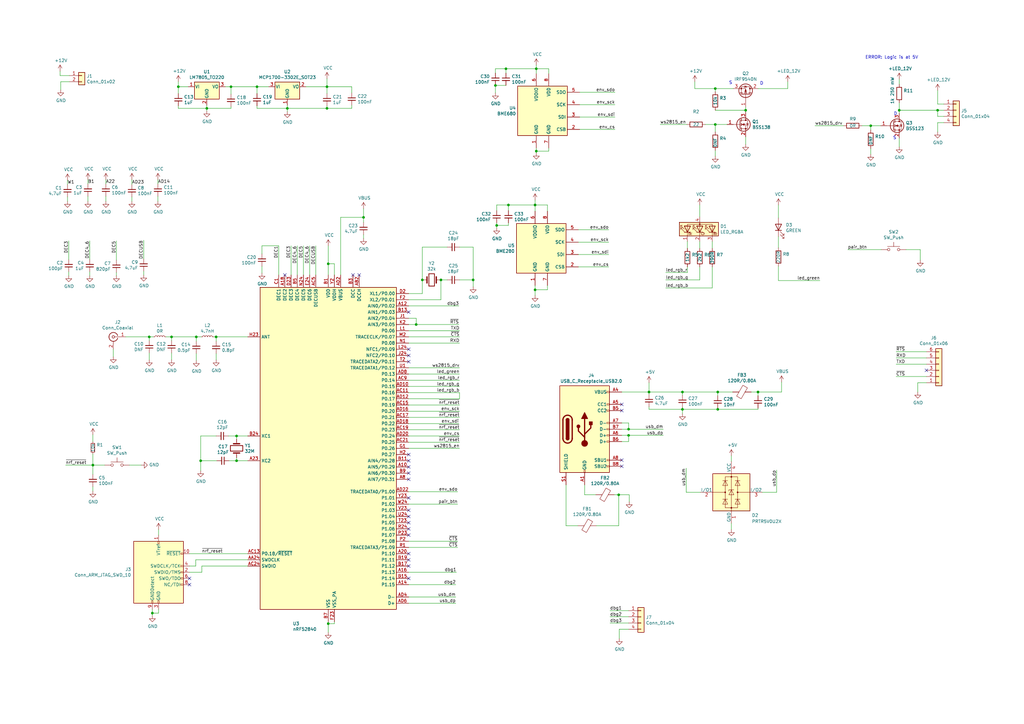
<source format=kicad_sch>
(kicad_sch (version 20211123) (generator eeschema)
  (paper "A3")
  (title_block (title "nRF52 WS2815 Driver") (date "2019-11-12") (rev "v0") (comment 4 "Author: Krzysztof Rosinski"))
  (junction (at 219.456 118.872))
  (junction (at 170.688 133.096))
  (junction (at 294.386 167.894))
  (junction (at 117.856 44.45))
  (junction (at 173.228 114.808))
  (junction (at 368.808 45.212))
  (junction (at 203.708 92.456))
  (junction (at 219.964 61.976))
  (junction (at 80.518 138.176))
  (junction (at 305.816 45.212))
  (junction (at 134.112 44.45))
  (junction (at 134.62 255.778))
  (junction (at 62.484 251.46))
  (junction (at 149.098 89.154))
  (junction (at 61.214 138.176))
  (junction (at 294.386 160.782))
  (junction (at 219.964 28.194))
  (junction (at 73.152 35.56))
  (junction (at 134.62 108.204))
  (junction (at 219.456 84.074))
  (junction (at 180.848 114.808))
  (junction (at 310.896 160.782))
  (junction (at 194.056 114.808))
  (junction (at 279.908 167.894))
  (junction (at 207.518 28.194))
  (junction (at 208.534 84.074))
  (junction (at 84.836 44.45))
  (junction (at 94.742 35.56))
  (junction (at 70.358 138.176))
  (junction (at 279.908 160.782))
  (junction (at 97.028 178.816))
  (junction (at 253.746 202.946))
  (junction (at 105.41 35.56))
  (junction (at 293.37 36.322))
  (junction (at 293.37 51.054))
  (junction (at 134.112 35.56))
  (junction (at 97.028 188.976))
  (junction (at 203.2 35.052))
  (junction (at 257.81 176.022))
  (junction (at 384.556 45.212))
  (junction (at 82.296 188.976))
  (junction (at 357.124 51.562))
  (junction (at 88.646 138.176))
  (junction (at 257.81 178.562))
  (junction (at 38.1 190.754))
  (junction (at 266.192 160.782))
  (no_connect (at 167.64 186.436))
  (no_connect (at 167.64 211.836))
  (no_connect (at 255.016 168.402))
  (no_connect (at 77.724 237.236))
  (no_connect (at 167.64 232.156))
  (no_connect (at 116.84 112.776))
  (no_connect (at 167.64 128.016))
  (no_connect (at 167.64 188.976))
  (no_connect (at 167.64 229.616))
  (no_connect (at 147.32 112.776))
  (no_connect (at 167.64 237.236))
  (no_connect (at 379.984 151.892))
  (no_connect (at 167.64 148.336))
  (no_connect (at 167.64 145.796))
  (no_connect (at 167.64 191.516))
  (no_connect (at 77.724 239.776))
  (no_connect (at 167.64 143.256))
  (no_connect (at 144.78 112.776))
  (no_connect (at 255.016 188.722))
  (no_connect (at 167.64 204.216))
  (no_connect (at 167.64 214.376))
  (no_connect (at 167.64 219.456))
  (no_connect (at 167.64 194.056))
  (no_connect (at 167.64 216.916))
  (no_connect (at 255.016 165.862))
  (no_connect (at 167.64 196.596))
  (no_connect (at 255.016 191.262))
  (no_connect (at 167.64 209.296))
  (no_connect (at 167.64 227.076))
  (wire (pts (xy 80.518 145.034) (xy 80.518 147.828)))
  (wire (pts (xy 121.92 112.776) (xy 121.92 100.838)))
  (wire (pts (xy 319.278 115.062) (xy 336.296 115.062)))
  (wire (pts (xy 257.81 255.524) (xy 250.19 255.524)))
  (wire (pts (xy 54.102 80.772) (xy 54.102 82.55)))
  (wire (pts (xy 232.156 198.882) (xy 232.156 215.646)))
  (wire (pts (xy 368.808 60.198) (xy 368.808 56.642)))
  (wire (pts (xy 208.534 92.456) (xy 203.708 92.456)))
  (wire (pts (xy 149.098 89.154) (xy 149.098 91.186)))
  (wire (pts (xy 225.044 28.194) (xy 219.964 28.194)))
  (wire (pts (xy 114.3 100.838) (xy 114.3 112.776)))
  (wire (pts (xy 134.62 255.778) (xy 134.62 259.334)))
  (wire (pts (xy 173.228 120.396) (xy 167.64 120.396)))
  (wire (pts (xy 219.964 26.67) (xy 219.964 28.194)))
  (wire (pts (xy 257.81 181.102) (xy 257.81 178.562)))
  (wire (pts (xy 167.64 166.116) (xy 188.468 166.116)))
  (wire (pts (xy 203.708 84.074) (xy 208.534 84.074)))
  (wire (pts (xy 167.64 183.896) (xy 188.468 183.896)))
  (wire (pts (xy 42.926 190.754) (xy 38.1 190.754)))
  (wire (pts (xy 281.94 109.474) (xy 281.94 111.76)))
  (wire (pts (xy 134.62 255.016) (xy 134.62 255.778)))
  (wire (pts (xy 134.112 38.354) (xy 134.112 35.56)))
  (wire (pts (xy 101.6 227.076) (xy 77.724 227.076)))
  (wire (pts (xy 237.744 37.846) (xy 252.222 37.846)))
  (wire (pts (xy 293.37 45.212) (xy 305.816 45.212)))
  (wire (pts (xy 237.744 48.006) (xy 252.222 48.006)))
  (wire (pts (xy 219.456 82.042) (xy 219.456 84.074)))
  (wire (pts (xy 65.024 251.46) (xy 62.484 251.46)))
  (wire (pts (xy 379.984 146.812) (xy 367.538 146.812)))
  (wire (pts (xy 173.228 114.808) (xy 173.228 120.396)))
  (wire (pts (xy 43.434 75.438) (xy 43.434 73.66)))
  (wire (pts (xy 167.64 244.856) (xy 186.944 244.856)))
  (wire (pts (xy 167.64 130.556) (xy 170.688 130.556)))
  (wire (pts (xy 180.848 122.936) (xy 180.848 114.808)))
  (wire (pts (xy 225.044 61.976) (xy 219.964 61.976)))
  (wire (pts (xy 237.744 53.086) (xy 252.222 53.086)))
  (wire (pts (xy 173.228 114.808) (xy 173.228 101.346)))
  (wire (pts (xy 70.358 138.176) (xy 68.072 138.176)))
  (wire (pts (xy 255.016 176.022) (xy 257.81 176.022)))
  (wire (pts (xy 281.432 201.93) (xy 281.432 192.024)))
  (wire (pts (xy 51.562 138.176) (xy 61.214 138.176)))
  (wire (pts (xy 203.708 92.456) (xy 203.708 93.472)))
  (wire (pts (xy 319.278 97.028) (xy 319.278 101.6)))
  (wire (pts (xy 80.264 232.156) (xy 80.264 229.616)))
  (wire (pts (xy 24.638 30.988) (xy 28.448 30.988)))
  (wire (pts (xy 384.556 45.212) (xy 387.096 45.212)))
  (wire (pts (xy 26.924 190.754) (xy 38.1 190.754)))
  (wire (pts (xy 73.152 33.528) (xy 73.152 35.56)))
  (wire (pts (xy 357.124 63.246) (xy 357.124 60.96)))
  (wire (pts (xy 294.386 167.894) (xy 279.908 167.894)))
  (wire (pts (xy 384.556 42.672) (xy 387.096 42.672)))
  (wire (pts (xy 101.6 232.156) (xy 82.804 232.156)))
  (wire (pts (xy 293.37 36.322) (xy 300.736 36.322)))
  (wire (pts (xy 284.988 33.528) (xy 284.988 36.322)))
  (wire (pts (xy 144.272 38.1) (xy 144.272 35.56)))
  (wire (pts (xy 387.096 47.752) (xy 384.556 47.752)))
  (wire (pts (xy 73.152 38.354) (xy 73.152 35.56)))
  (wire (pts (xy 254 261.874) (xy 254 258.064)))
  (wire (pts (xy 88.646 145.034) (xy 88.646 147.574)))
  (wire (pts (xy 310.896 167.894) (xy 310.896 167.386)))
  (wire (pts (xy 167.64 135.636) (xy 188.468 135.636)))
  (wire (pts (xy 62.484 251.46) (xy 62.484 252.476)))
  (wire (pts (xy 167.64 171.196) (xy 188.468 171.196)))
  (wire (pts (xy 38.1 181.102) (xy 38.1 178.308)))
  (wire (pts (xy 117.856 44.45) (xy 117.856 45.72)))
  (wire (pts (xy 293.37 61.722) (xy 293.37 64.008)))
  (wire (pts (xy 384.556 37.084) (xy 384.556 42.672)))
  (wire (pts (xy 287.02 114.808) (xy 273.05 114.808)))
  (wire (pts (xy 281.94 111.76) (xy 273.05 111.76)))
  (wire (pts (xy 127 112.776) (xy 127 100.838)))
  (wire (pts (xy 167.64 173.736) (xy 188.214 173.736)))
  (wire (pts (xy 289.306 51.054) (xy 293.37 51.054)))
  (wire (pts (xy 28.194 106.426) (xy 28.194 98.806)))
  (wire (pts (xy 287.274 201.93) (xy 281.432 201.93)))
  (wire (pts (xy 320.548 156.718) (xy 320.548 160.782)))
  (wire (pts (xy 80.264 229.616) (xy 101.6 229.616)))
  (wire (pts (xy 117.856 43.18) (xy 117.856 44.45)))
  (wire (pts (xy 371.602 102.362) (xy 377.444 102.362)))
  (wire (pts (xy 167.64 150.876) (xy 188.468 150.876)))
  (wire (pts (xy 320.548 160.782) (xy 310.896 160.782)))
  (wire (pts (xy 105.41 43.434) (xy 105.41 44.45)))
  (wire (pts (xy 292.1 118.11) (xy 273.05 118.11)))
  (wire (pts (xy 384.556 50.292) (xy 387.096 50.292)))
  (wire (pts (xy 257.81 178.562) (xy 272.034 178.562)))
  (wire (pts (xy 137.16 255.778) (xy 134.62 255.778)))
  (wire (pts (xy 257.81 252.984) (xy 250.19 252.984)))
  (wire (pts (xy 224.536 117.094) (xy 224.536 118.872)))
  (wire (pts (xy 65.024 249.936) (xy 65.024 251.46)))
  (wire (pts (xy 293.37 37.592) (xy 293.37 36.322)))
  (wire (pts (xy 38.1 199.644) (xy 38.1 201.422)))
  (wire (pts (xy 167.64 161.036) (xy 188.468 161.036)))
  (wire (pts (xy 287.02 99.06) (xy 287.02 101.854)))
  (wire (pts (xy 323.088 33.528) (xy 323.088 36.322)))
  (wire (pts (xy 46.482 146.304) (xy 46.482 143.256)))
  (wire (pts (xy 82.296 178.816) (xy 88.646 178.816)))
  (wire (pts (xy 167.64 221.996) (xy 187.706 221.996)))
  (wire (pts (xy 284.988 36.322) (xy 293.37 36.322)))
  (wire (pts (xy 62.992 138.176) (xy 61.214 138.176)))
  (wire (pts (xy 97.028 188.976) (xy 93.98 188.976)))
  (wire (pts (xy 24.638 29.21) (xy 24.638 30.988)))
  (wire (pts (xy 219.964 28.194) (xy 207.518 28.194)))
  (wire (pts (xy 219.964 62.738) (xy 219.964 61.976)))
  (wire (pts (xy 73.152 44.45) (xy 84.836 44.45)))
  (wire (pts (xy 82.55 138.176) (xy 80.518 138.176)))
  (wire (pts (xy 53.086 190.754) (xy 57.912 190.754)))
  (wire (pts (xy 207.518 28.194) (xy 203.2 28.194)))
  (wire (pts (xy 319.278 109.22) (xy 319.278 115.062)))
  (wire (pts (xy 70.358 139.7) (xy 70.358 138.176)))
  (wire (pts (xy 219.456 117.094) (xy 219.456 118.872)))
  (wire (pts (xy 294.386 162.306) (xy 294.386 160.782)))
  (wire (pts (xy 237.236 104.394) (xy 249.682 104.394)))
  (wire (pts (xy 208.534 84.074) (xy 219.456 84.074)))
  (wire (pts (xy 266.192 166.878) (xy 266.192 167.894)))
  (wire (pts (xy 167.64 176.276) (xy 188.468 176.276)))
  (wire (pts (xy 107.442 112.014) (xy 107.442 109.22)))
  (wire (pts (xy 84.836 44.45) (xy 84.836 45.466)))
  (wire (pts (xy 137.16 255.016) (xy 137.16 255.778)))
  (wire (pts (xy 377.444 102.362) (xy 377.444 106.68)))
  (wire (pts (xy 94.742 38.608) (xy 94.742 35.56)))
  (wire (pts (xy 203.2 38.1) (xy 203.2 35.052)))
  (wire (pts (xy 310.896 36.322) (xy 323.088 36.322)))
  (wire (pts (xy 310.896 160.782) (xy 308.102 160.782)))
  (wire (pts (xy 114.3 100.838) (xy 107.442 100.838)))
  (wire (pts (xy 167.64 247.396) (xy 186.944 247.396)))
  (wire (pts (xy 368.808 46.482) (xy 368.808 45.212)))
  (wire (pts (xy 47.752 106.68) (xy 47.752 98.806)))
  (wire (pts (xy 257.81 250.444) (xy 250.19 250.444)))
  (wire (pts (xy 305.816 45.212) (xy 305.816 45.974)))
  (wire (pts (xy 384.556 54.102) (xy 384.556 50.292)))
  (wire (pts (xy 134.62 112.776) (xy 134.62 108.204)))
  (wire (pts (xy 54.102 73.66) (xy 54.102 75.692)))
  (wire (pts (xy 334.264 51.562) (xy 345.948 51.562)))
  (wire (pts (xy 368.808 42.164) (xy 368.808 45.212)))
  (wire (pts (xy 134.112 44.45) (xy 117.856 44.45)))
  (wire (pts (xy 239.776 202.946) (xy 244.348 202.946)))
  (wire (pts (xy 167.64 140.716) (xy 188.468 140.716)))
  (wire (pts (xy 318.516 201.93) (xy 318.516 192.786)))
  (wire (pts (xy 149.098 96.266) (xy 149.098 97.79)))
  (wire (pts (xy 82.804 234.696) (xy 77.724 234.696)))
  (wire (pts (xy 287.02 109.474) (xy 287.02 114.808)))
  (wire (pts (xy 24.892 33.528) (xy 28.448 33.528)))
  (wire (pts (xy 38.1 190.754) (xy 38.1 194.564)))
  (wire (pts (xy 167.64 125.476) (xy 188.214 125.476)))
  (wire (pts (xy 97.028 178.816) (xy 97.028 180.086)))
  (wire (pts (xy 224.536 84.074) (xy 219.456 84.074)))
  (wire (pts (xy 266.192 160.782) (xy 279.908 160.782)))
  (wire (pts (xy 253.746 215.646) (xy 253.746 202.946)))
  (wire (pts (xy 281.686 51.054) (xy 270.764 51.054)))
  (wire (pts (xy 167.64 155.956) (xy 188.468 155.956)))
  (wire (pts (xy 173.228 101.346) (xy 183.388 101.346)))
  (wire (pts (xy 224.536 118.872) (xy 219.456 118.872)))
  (wire (pts (xy 167.64 181.356) (xy 188.468 181.356)))
  (wire (pts (xy 266.192 167.894) (xy 279.908 167.894)))
  (wire (pts (xy 129.54 112.776) (xy 129.54 100.838)))
  (wire (pts (xy 254 258.064) (xy 257.81 258.064)))
  (wire (pts (xy 266.192 161.798) (xy 266.192 160.782)))
  (wire (pts (xy 88.646 139.954) (xy 88.646 138.176)))
  (wire (pts (xy 208.534 91.44) (xy 208.534 92.456)))
  (wire (pts (xy 139.7 89.154) (xy 149.098 89.154)))
  (wire (pts (xy 170.688 133.096) (xy 188.214 133.096)))
  (wire (pts (xy 167.64 168.656) (xy 188.468 168.656)))
  (wire (pts (xy 194.056 114.808) (xy 188.468 114.808)))
  (wire (pts (xy 134.112 35.56) (xy 125.476 35.56)))
  (wire (pts (xy 279.908 162.052) (xy 279.908 160.782)))
  (wire (pts (xy 73.152 43.434) (xy 73.152 44.45)))
  (wire (pts (xy 167.64 163.576) (xy 188.468 163.576)))
  (wire (pts (xy 82.296 188.976) (xy 82.296 178.816)))
  (wire (pts (xy 93.726 178.816) (xy 97.028 178.816)))
  (wire (pts (xy 298.196 51.054) (xy 293.37 51.054)))
  (wire (pts (xy 194.056 101.346) (xy 194.056 114.808)))
  (wire (pts (xy 167.64 153.416) (xy 188.468 153.416)))
  (wire (pts (xy 258.064 205.74) (xy 258.064 202.946)))
  (wire (pts (xy 357.124 53.34) (xy 357.124 51.562)))
  (wire (pts (xy 101.6 138.176) (xy 88.646 138.176)))
  (wire (pts (xy 88.646 138.176) (xy 87.63 138.176)))
  (wire (pts (xy 219.964 28.194) (xy 219.964 30.226)))
  (wire (pts (xy 170.688 130.556) (xy 170.688 133.096)))
  (wire (pts (xy 287.02 88.9) (xy 287.02 84.074)))
  (wire (pts (xy 232.156 215.646) (xy 236.982 215.646)))
  (wire (pts (xy 255.016 178.562) (xy 257.81 178.562)))
  (wire (pts (xy 64.77 73.66) (xy 64.77 75.438)))
  (wire (pts (xy 94.742 44.45) (xy 84.836 44.45)))
  (wire (pts (xy 167.64 138.176) (xy 188.468 138.176)))
  (wire (pts (xy 38.1 190.754) (xy 38.1 186.182)))
  (wire (pts (xy 194.056 117.602) (xy 194.056 114.808)))
  (wire (pts (xy 255.016 173.482) (xy 257.81 173.482)))
  (wire (pts (xy 167.64 234.696) (xy 187.198 234.696)))
  (wire (pts (xy 82.804 232.156) (xy 82.804 234.696)))
  (wire (pts (xy 310.896 162.306) (xy 310.896 160.782)))
  (wire (pts (xy 36.83 111.506) (xy 36.83 113.03)))
  (wire (pts (xy 43.434 80.518) (xy 43.434 82.55)))
  (wire (pts (xy 279.908 169.672) (xy 279.908 167.894)))
  (wire (pts (xy 144.272 43.18) (xy 144.272 44.45)))
  (wire (pts (xy 244.602 215.646) (xy 253.746 215.646)))
  (wire (pts (xy 61.214 138.176) (xy 61.214 139.7)))
  (wire (pts (xy 203.708 91.44) (xy 203.708 92.456)))
  (wire (pts (xy 64.77 80.518) (xy 64.77 82.55)))
  (wire (pts (xy 167.64 133.096) (xy 170.688 133.096)))
  (wire (pts (xy 137.16 112.776) (xy 137.16 108.204)))
  (wire (pts (xy 224.536 86.614) (xy 224.536 84.074)))
  (wire (pts (xy 188.468 101.346) (xy 194.056 101.346)))
  (wire (pts (xy 266.192 156.972) (xy 266.192 160.782)))
  (wire (pts (xy 58.928 98.552) (xy 58.928 106.172)))
  (wire (pts (xy 97.028 188.976) (xy 101.6 188.976)))
  (wire (pts (xy 253.746 202.946) (xy 251.968 202.946)))
  (wire (pts (xy 255.016 160.782) (xy 266.192 160.782)))
  (wire (pts (xy 312.674 201.93) (xy 318.516 201.93)))
  (wire (pts (xy 105.41 35.56) (xy 110.236 35.56)))
  (wire (pts (xy 384.556 47.752) (xy 384.556 45.212)))
  (wire (pts (xy 379.984 154.432) (xy 367.538 154.432)))
  (wire (pts (xy 167.64 178.816) (xy 188.468 178.816)))
  (wire (pts (xy 92.456 35.56) (xy 94.742 35.56)))
  (wire (pts (xy 167.64 201.676) (xy 187.706 201.676)))
  (wire (pts (xy 203.2 35.052) (xy 207.518 35.052)))
  (wire (pts (xy 167.64 224.536) (xy 187.706 224.536)))
  (wire (pts (xy 294.386 160.782) (xy 279.908 160.782)))
  (wire (pts (xy 257.81 173.482) (xy 257.81 176.022)))
  (wire (pts (xy 353.568 51.562) (xy 357.124 51.562)))
  (wire (pts (xy 292.1 99.06) (xy 292.1 101.854)))
  (wire (pts (xy 225.044 60.706) (xy 225.044 61.976)))
  (wire (pts (xy 167.64 239.776) (xy 186.944 239.776)))
  (wire (pts (xy 281.94 99.06) (xy 281.94 101.854)))
  (wire (pts (xy 97.028 187.706) (xy 97.028 188.976)))
  (wire (pts (xy 347.726 102.362) (xy 361.442 102.362)))
  (wire (pts (xy 27.686 80.772) (xy 27.686 82.55)))
  (wire (pts (xy 183.388 114.808) (xy 180.848 114.808)))
  (wire (pts (xy 379.984 149.352) (xy 367.538 149.352)))
  (wire (pts (xy 58.928 111.252) (xy 58.928 112.776)))
  (wire (pts (xy 77.724 232.156) (xy 80.264 232.156)))
  (wire (pts (xy 144.272 44.45) (xy 134.112 44.45)))
  (wire (pts (xy 293.37 54.102) (xy 293.37 51.054)))
  (wire (pts (xy 36.068 80.518) (xy 36.068 82.55)))
  (wire (pts (xy 124.46 112.776) (xy 124.46 100.838)))
  (wire (pts (xy 27.686 75.692) (xy 27.686 73.914)))
  (wire (pts (xy 167.64 122.936) (xy 180.848 122.936)))
  (wire (pts (xy 65.024 217.17) (xy 65.024 219.456)))
  (wire (pts (xy 137.16 108.204) (xy 134.62 108.204)))
  (wire (pts (xy 80.518 139.954) (xy 80.518 138.176)))
  (wire (pts (xy 24.892 36.83) (xy 24.892 33.528)))
  (wire (pts (xy 119.38 112.776) (xy 119.38 100.838)))
  (wire (pts (xy 294.386 167.894) (xy 310.896 167.894)))
  (wire (pts (xy 88.9 188.976) (xy 82.296 188.976)))
  (wire (pts (xy 134.112 32.258) (xy 134.112 35.56)))
  (wire (pts (xy 70.358 147.574) (xy 70.358 144.78)))
  (wire (pts (xy 255.016 181.102) (xy 257.81 181.102)))
  (wire (pts (xy 203.2 28.194) (xy 203.2 29.972)))
  (wire (pts (xy 73.152 35.56) (xy 77.216 35.56)))
  (wire (pts (xy 36.83 106.426) (xy 36.83 98.806)))
  (wire (pts (xy 105.41 44.45) (xy 117.856 44.45)))
  (wire (pts (xy 94.742 35.56) (xy 105.41 35.56)))
  (wire (pts (xy 188.468 163.576) (xy 188.468 161.036)))
  (wire (pts (xy 207.518 28.194) (xy 207.518 29.972)))
  (wire (pts (xy 305.816 43.942) (xy 305.816 45.212)))
  (wire (pts (xy 279.908 167.894) (xy 279.908 167.132)))
  (wire (pts (xy 257.81 176.022) (xy 272.034 176.022)))
  (wire (pts (xy 167.64 158.496) (xy 188.468 158.496)))
  (wire (pts (xy 149.098 85.598) (xy 149.098 89.154)))
  (wire (pts (xy 61.214 144.78) (xy 61.214 147.574)))
  (wire (pts (xy 134.112 43.434) (xy 134.112 44.45)))
  (wire (pts (xy 237.744 42.926) (xy 252.222 42.926)))
  (wire (pts (xy 368.808 34.544) (xy 368.808 32.512)))
  (wire (pts (xy 208.534 86.36) (xy 208.534 84.074)))
  (wire (pts (xy 225.044 30.226) (xy 225.044 28.194)))
  (wire (pts (xy 139.7 112.776) (xy 139.7 89.154)))
  (wire (pts (xy 47.752 111.76) (xy 47.752 113.03)))
  (wire (pts (xy 319.278 84.074) (xy 319.278 89.408)))
  (wire (pts (xy 203.708 86.36) (xy 203.708 84.074)))
  (wire (pts (xy 305.816 59.182) (xy 305.816 56.134)))
  (wire (pts (xy 167.64 206.756) (xy 187.706 206.756)))
  (wire (pts (xy 237.236 99.314) (xy 249.682 99.314)))
  (wire (pts (xy 28.194 111.506) (xy 28.194 113.03)))
  (wire (pts (xy 219.456 84.074) (xy 219.456 86.614)))
  (wire (pts (xy 107.442 100.838) (xy 107.442 104.14)))
  (wire (pts (xy 299.974 214.63) (xy 299.974 217.17)))
  (wire (pts (xy 219.964 61.976) (xy 219.964 60.706)))
  (wire (pts (xy 84.836 43.18) (xy 84.836 44.45)))
  (wire (pts (xy 292.1 109.474) (xy 292.1 118.11)))
  (wire (pts (xy 379.984 156.972) (xy 376.428 156.972)))
  (wire (pts (xy 70.358 138.176) (xy 80.518 138.176)))
  (wire (pts (xy 219.456 118.872) (xy 219.456 121.158)))
  (wire (pts (xy 237.236 94.234) (xy 249.682 94.234)))
  (wire (pts (xy 144.272 35.56) (xy 134.112 35.56)))
  (wire (pts (xy 82.296 193.04) (xy 82.296 188.976)))
  (wire (pts (xy 258.064 202.946) (xy 253.746 202.946)))
  (wire (pts (xy 237.236 109.474) (xy 249.682 109.474)))
  (wire (pts (xy 379.984 144.272) (xy 367.538 144.272)))
  (wire (pts (xy 361.188 51.562) (xy 357.124 51.562)))
  (wire (pts (xy 376.428 156.972) (xy 376.428 160.782)))
  (wire (pts (xy 299.974 186.944) (xy 299.974 189.23)))
  (wire (pts (xy 300.482 160.782) (xy 294.386 160.782)))
  (wire (pts (xy 294.386 167.386) (xy 294.386 167.894)))
  (wire (pts (xy 368.808 45.212) (xy 384.556 45.212)))
  (wire (pts (xy 101.6 178.816) (xy 97.028 178.816)))
  (wire (pts (xy 94.742 43.688) (xy 94.742 44.45)))
  (wire (pts (xy 239.776 198.882) (xy 239.776 202.946)))
  (wire (pts (xy 134.62 108.204) (xy 134.62 100.838)))
  (wire (pts (xy 105.41 38.354) (xy 105.41 35.56)))
  (wire (pts (xy 36.068 73.66) (xy 36.068 75.438)))
  (wire (pts (xy 62.484 249.936) (xy 62.484 251.46)))
  (text "D" (at 311.658 35.052 0) (effects (font (size 1.27 1.27)) (justify left bottom)))
  (text "ERROR: Logic is at 5V" (at 354.838 24.384 0) (effects (font (size 1.27 1.27)) (justify left bottom)))
  (text "D" (at 366.522 47.498 0) (effects (font (size 1.27 1.27)) (justify left bottom)))
  (text "S" (at 298.958 34.798 0) (effects (font (size 1.27 1.27)) (justify left bottom)))
  (text "S" (at 366.268 57.404 0) (effects (font (size 1.27 1.27)) (justify left bottom)))
  (label "DEC5" (at 47.752 98.806 270))
  (label "env_sdi" (at 252.222 48.006 180))
  (label "dbg3" (at 188.214 125.476 180))
  (label "led_rgb_g" (at 188.468 158.496 180))
  (label "ws2815_drv" (at 188.468 150.876 180))
  (label "RXD" (at 188.468 140.716 180))
  (label "DEC3" (at 119.38 100.838 270))
  (label "RXD" (at 367.538 146.812 0))
  (label "W1" (at 27.686 75.692 0))
  (label "dbg3" (at 250.19 255.524 0))
  (label "led_green" (at 188.468 153.416 180))
  (label "led_rgb_r" (at 273.05 111.76 0))
  (label "dbg1" (at 187.198 234.696 180))
  (label "dbg2" (at 186.944 239.776 180))
  (label "usb_dm" (at 186.944 244.856 180))
  (label "env_sck" (at 188.468 168.656 180))
  (label "~{CTS}" (at 187.706 221.996 180))
  (label "led_rgb_g" (at 273.05 114.808 0))
  (label "usb_dp" (at 318.516 192.786 270))
  (label "usb_dm" (at 272.034 176.022 180))
  (label "DECUSB" (at 58.928 98.552 270))
  (label "~{CTS}" (at 187.706 224.536 180))
  (label "env_cs" (at 188.468 178.816 180))
  (label "DEC4_6" (at 36.83 98.806 270))
  (label "~{CTS}" (at 367.538 154.432 0))
  (label "TXD" (at 367.538 149.352 0))
  (label "env_cs" (at 249.682 109.474 180))
  (label "env_sdo" (at 252.222 37.846 180))
  (label "AD23" (at 54.102 75.692 0))
  (label "usb_dp" (at 272.034 178.562 180))
  (label "~{nrf_reset}" (at 188.468 171.196 180))
  (label "usb_dp" (at 186.944 247.396 180))
  (label "AD14" (at 64.77 75.438 0))
  (label "DEC4_6" (at 121.92 100.838 270))
  (label "~{CTS}" (at 188.468 138.176 180))
  (label "~{nrf_reset}" (at 188.468 166.116 180))
  (label "ws2815_en" (at 270.764 51.054 0))
  (label "TXD" (at 188.468 135.636 180))
  (label "DEC1" (at 114.3 100.838 270))
  (label "env_sdo" (at 249.682 94.234 180))
  (label "~{nrf_reset}" (at 82.804 227.076 0))
  (label "DEC3" (at 28.194 98.806 270))
  (label "B1" (at 36.068 75.438 0))
  (label "dbg1" (at 250.19 250.444 0))
  (label "led_rgb_r" (at 188.468 155.956 180))
  (label "pair_btn" (at 347.726 102.362 0))
  (label "DEC5" (at 124.46 100.838 270))
  (label "~{nrf_reset}" (at 188.468 181.356 180))
  (label "~{nrf_reset}" (at 188.468 176.276 180))
  (label "led_green" (at 336.296 115.062 180))
  (label "env_sdi" (at 188.214 173.736 180))
  (label "DECUSB" (at 129.54 100.838 270))
  (label "env_sck" (at 252.222 42.926 180))
  (label "led_rgb_b" (at 188.468 161.036 180))
  (label "~{RTS}" (at 367.538 144.272 0))
  (label "pair_btn" (at 187.706 206.756 180))
  (label "ws2815_drv" (at 334.264 51.562 0))
  (label "env_cs" (at 252.222 53.086 180))
  (label "env_sdo" (at 187.706 201.676 180))
  (label "env_sdi" (at 249.682 104.394 180))
  (label "~{RTS}" (at 188.214 133.096 180))
  (label "ws2815_en" (at 188.468 183.896 180))
  (label "~{nrf_reset}" (at 26.924 190.754 0))
  (label "usb_dm" (at 281.432 192.024 270))
  (label "dbg2" (at 250.19 252.984 0))
  (label "A22" (at 43.434 75.438 0))
  (label "env_sck" (at 249.682 99.314 180))
  (label "led_rgb_b" (at 273.05 118.11 0))
  (label "DEC4_6" (at 127 100.838 270))
  (symbol (lib_id "MCU_Nordic:nRF52840") (at 134.62 183.896 0) (unit 1)
    (property "Reference" "U3" (at 121.412 255.778 0))
    (property "Value" "nRF52840" (at 124.968 258.064 0))
    (property "Footprint" "Package_DFN_QFN:Nordic_AQFN-73-1EP_7x7mm_P0.5mm" (effects hide))
    (property "Datasheet" "http://infocenter.nordicsemi.com/topic/com.nordic.infocenter.nrf52/dita/nrf52/chips/nrf52840.html" (effects hide))
  )
  (symbol (lib_id "Connector_Generic:Conn_01x06") (at 385.064 151.892 0) (mirror x) (unit 1)
    (property "Reference" "J6" (at 382.9812 138.557 0))
    (property "Value" "Conn_01x06" (at 382.9812 140.8684 0))
    (property "Footprint" "Connector_PinHeader_2.54mm:PinHeader_1x06_P2.54mm_Vertical" (effects hide))
  )
  (symbol (lib_id "Device:Crystal") (at 177.038 114.808 0) (unit 1)
    (property "Reference" "Y2" (at 177.038 108.0008 0))
    (property "Value" "32k" (at 177.038 110.3122 0))
    (property "Footprint" "Crystal:Crystal_SMD_2012-2Pin_2.0x1.2mm_HandSoldering" (effects hide))
    (property "Manufacturer" "Seiko" (effects hide))
    (property "Part Number" "SC-20S,32.768kHz,20PPM,12.5pF" (effects hide))
  )
  (symbol (lib_id "Connector:Conn_Coaxial") (at 46.482 138.176 0) (mirror y) (unit 1)
    (property "Reference" "J2" (at 48.3108 132.1308 0))
    (property "Value" "Conn_Coaxial" (at 48.3108 134.4422 0))
    (property "Footprint" "Connector_Coaxial:SMA_Molex_73251-1153_EdgeMount_Horizontal" (effects hide))
    (property "Datasheet" " ~" (effects hide))
  )
  (symbol (lib_id "Sensor:BME680") (at 222.504 45.466 0) (unit 1)
    (property "Reference" "U4" (at 211.6074 44.2976 0) (effects (justify right)))
    (property "Value" "BME680" (at 211.6074 46.609 0) (effects (justify right)))
    (property "Footprint" "Package_LGA:Bosch_LGA-8_3x3mm_P0.8mm_ClockwisePinNumbering" (effects hide))
    (property "Datasheet" "https://ae-bst.resource.bosch.com/media/_tech/media/datasheets/BST-BME680-DS001.pdf" (effects hide))
  )
  (symbol (lib_id "Transistor_FET:BSS138") (at 303.276 51.054 0) (unit 1)
    (property "Reference" "Q1" (at 308.5084 49.8856 0) (effects (justify left)))
    (property "Value" "BSS138" (at 308.5084 52.197 0) (effects (justify left)))
    (property "Footprint" "Package_TO_SOT_SMD:SOT-23" (effects hide))
    (property "Datasheet" "https://www.fairchildsemi.com/datasheets/BS/BSS138.pdf" (effects hide))
  )
  (symbol (lib_id "Transistor_FET:BSS138") (at 366.268 51.562 0) (unit 1)
    (property "Reference" "Q3" (at 371.5004 50.3936 0) (effects (justify left)))
    (property "Value" "BSS123" (at 371.5004 52.705 0) (effects (justify left)))
    (property "Footprint" "Package_TO_SOT_SMD:SOT-23" (effects hide))
    (property "Datasheet" "https://www.fairchildsemi.com/datasheets/BS/BSS138.pdf" (effects hide))
  )
  (symbol (lib_id "Device:R") (at 293.37 41.402 0) (unit 1)
    (property "Reference" "R3" (at 295.148 40.2336 0) (effects (justify left)))
    (property "Value" "10k" (at 293.37 43.18 90) (effects (justify left)))
    (property "Footprint" "Resistor_SMD:R_0603_1608Metric_Pad1.05x0.95mm_HandSolder" (effects hide))
  )
  (symbol (lib_id "Device:LED_RGBA") (at 287.02 93.98 90) (unit 1)
    (property "Reference" "D1" (at 295.402 92.8116 90) (effects (justify right)))
    (property "Value" "LED_RGBA" (at 295.402 95.123 90) (effects (justify right)))
    (property "Footprint" "ws2815-driver:brightek_1.6x1.5_rgb_led" (effects hide))
    (property "Datasheet" "https://datasheet.lcsc.com/szlcsc/1810311822_Brightek-Optoelectronics-2SA0603VGB01JT07_C233195.pdf" (effects hide))
    (property "Manufacturer" "Brightek Optoelectronics" (effects hide))
    (property "Part Number" "2SA0603VGB01JT07" (effects hide))
  )
  (symbol (lib_id "Device:LED") (at 319.278 93.218 90) (unit 1)
    (property "Reference" "D3" (at 322.2752 92.2274 90) (effects (justify right)))
    (property "Value" "GREEN" (at 322.2752 94.5388 90) (effects (justify right)))
    (property "Footprint" "LED_SMD:LED_0603_1608Metric_Pad1.05x0.95mm_HandSolder" (effects hide))
  )
  (symbol (lib_id "Switch:SW_Push") (at 366.522 102.362 0) (unit 1)
    (property "Reference" "SW2" (at 366.522 95.123 0))
    (property "Value" "SW_Push" (at 366.522 97.4344 0))
    (property "Footprint" "Button_Switch_SMD:SW_SPST_TL3342" (effects hide))
  )
  (symbol (lib_id "Connector:Conn_ARM_JTAG_SWD_10") (at 65.024 234.696 0) (unit 1)
    (property "Reference" "J3" (at 53.7718 233.5276 0) (effects (justify right)))
    (property "Value" "Conn_ARM_JTAG_SWD_10" (at 53.7718 235.839 0) (effects (justify right)))
    (property "Footprint" "Connector_PinHeader_1.27mm:PinHeader_2x05_P1.27mm_Vertical" (effects hide))
    (property "Datasheet" "http://infocenter.arm.com/help/topic/com.arm.doc.ddi0314h/DDI0314H_coresight_components_trm.pdf" (effects hide))
  )
  (symbol (lib_id "Connector:USB_C_Receptacle_USB2.0") (at 239.776 176.022 0) (unit 1)
    (property "Reference" "J4" (at 242.4938 154.0002 0))
    (property "Value" "USB_C_Receptacle_USB2.0" (at 242.4938 156.3116 0))
    (property "Footprint" "Connector_USB:USB_C_Receptacle_Palconn_UTC16-G" (effects hide))
    (property "Datasheet" "https://www.usb.org/sites/default/files/documents/usb_type-c.zip" (effects hide))
  )
  (symbol (lib_id "Transistor_FET:IRF9540N") (at 305.816 38.862 270) (mirror x) (unit 1)
    (property "Reference" "Q2" (at 305.816 30.1498 90))
    (property "Value" "IRF9540N" (at 305.816 32.4612 90))
    (property "Footprint" "Package_TO_SOT_THT:TO-220-3_Horizontal_TabDown" (effects hide))
    (property "Datasheet" "http://www.irf.com/product-info/datasheets/data/irf9540n.pdf" (effects hide))
  )
  (symbol (lib_id "power:GND") (at 305.816 59.182 0) (unit 1)
    (property "Reference" "#PWR0101" (effects hide))
    (property "Value" "GND" (at 305.943 63.5762 0))
  )
  (symbol (lib_id "power:VCC") (at 65.024 217.17 0) (unit 1)
    (property "Reference" "#PWR0102" (effects hide))
    (property "Value" "VCC" (at 65.4558 212.7758 0))
  )
  (symbol (lib_id "power:GND") (at 82.296 193.04 0) (unit 1)
    (property "Reference" "#PWR0103" (effects hide))
    (property "Value" "GND" (at 82.423 197.4342 0))
  )
  (symbol (lib_id "power:GND") (at 194.056 117.602 0) (unit 1)
    (property "Reference" "#PWR0104" (effects hide))
    (property "Value" "GND" (at 194.183 121.9962 0))
  )
  (symbol (lib_id "power:GND") (at 46.482 146.304 0) (unit 1)
    (property "Reference" "#PWR0105" (effects hide))
    (property "Value" "GND" (at 46.609 150.6982 0))
  )
  (symbol (lib_id "power:GND") (at 61.214 147.574 0) (unit 1)
    (property "Reference" "#PWR0106" (effects hide))
    (property "Value" "GND" (at 61.341 151.9682 0))
  )
  (symbol (lib_id "power:GND") (at 70.358 147.574 0) (unit 1)
    (property "Reference" "#PWR0107" (effects hide))
    (property "Value" "GND" (at 70.485 151.9682 0))
  )
  (symbol (lib_id "power:GND") (at 80.518 147.828 0) (unit 1)
    (property "Reference" "#PWR0108" (effects hide))
    (property "Value" "GND" (at 80.645 152.2222 0))
  )
  (symbol (lib_id "power:GND") (at 88.646 147.574 0) (unit 1)
    (property "Reference" "#PWR0109" (effects hide))
    (property "Value" "GND" (at 88.773 151.9682 0))
  )
  (symbol (lib_id "power:GND") (at 62.484 252.476 0) (unit 1)
    (property "Reference" "#PWR0110" (effects hide))
    (property "Value" "GND" (at 62.611 256.8702 0))
  )
  (symbol (lib_id "power:GND") (at 134.62 259.334 0) (unit 1)
    (property "Reference" "#PWR0111" (effects hide))
    (property "Value" "GND" (at 134.747 263.7282 0))
  )
  (symbol (lib_id "power:VBUS") (at 149.098 85.598 0) (unit 1)
    (property "Reference" "#PWR0112" (effects hide))
    (property "Value" "VBUS" (at 149.479 81.2038 0))
  )
  (symbol (lib_id "power:GND") (at 384.556 54.102 0) (unit 1)
    (property "Reference" "#PWR0113" (effects hide))
    (property "Value" "GND" (at 384.683 58.4962 0))
  )
  (symbol (lib_id "power:GND") (at 368.808 60.198 0) (unit 1)
    (property "Reference" "#PWR0114" (effects hide))
    (property "Value" "GND" (at 368.935 64.5922 0))
  )
  (symbol (lib_id "Device:R") (at 368.808 38.354 0) (unit 1)
    (property "Reference" "R11" (at 370.586 37.1856 0) (effects (justify left)))
    (property "Value" "1k 250 mW" (at 366.014 42.672 90) (effects (justify left)))
    (property "Footprint" "Resistor_SMD:R_1206_3216Metric_Pad1.42x1.75mm_HandSolder" (effects hide))
  )
  (symbol (lib_id "power:+12V") (at 284.988 33.528 0) (unit 1)
    (property "Reference" "#PWR0115" (effects hide))
    (property "Value" "+12V" (at 285.369 29.1338 0))
  )
  (symbol (lib_id "power:VCC") (at 287.02 84.074 0) (unit 1)
    (property "Reference" "#PWR0116" (effects hide))
    (property "Value" "VCC" (at 287.4518 79.6798 0))
  )
  (symbol (lib_id "power:VCC") (at 319.278 84.074 0) (unit 1)
    (property "Reference" "#PWR0117" (effects hide))
    (property "Value" "VCC" (at 319.7098 79.6798 0))
  )
  (symbol (lib_id "Device:R") (at 281.94 105.664 0) (unit 1)
    (property "Reference" "R5" (at 283.718 104.4956 0) (effects (justify left)))
    (property "Value" "1k2" (at 281.94 107.442 90) (effects (justify left)))
    (property "Footprint" "Resistor_SMD:R_0603_1608Metric_Pad1.05x0.95mm_HandSolder" (effects hide))
  )
  (symbol (lib_id "Device:R") (at 287.02 105.664 0) (unit 1)
    (property "Reference" "R6" (at 288.798 104.4956 0) (effects (justify left)))
    (property "Value" "2k2" (at 287.02 107.442 90) (effects (justify left)))
    (property "Footprint" "Resistor_SMD:R_0603_1608Metric_Pad1.05x0.95mm_HandSolder" (effects hide))
  )
  (symbol (lib_id "Device:R") (at 292.1 105.664 0) (unit 1)
    (property "Reference" "R7" (at 293.878 104.4956 0) (effects (justify left)))
    (property "Value" "390R" (at 292.1 108.204 90) (effects (justify left)))
    (property "Footprint" "Resistor_SMD:R_0603_1608Metric_Pad1.05x0.95mm_HandSolder" (effects hide))
  )
  (symbol (lib_id "Device:R") (at 319.278 105.41 0) (unit 1)
    (property "Reference" "R8" (at 321.056 104.2416 0) (effects (justify left)))
    (property "Value" "220R" (at 319.278 107.95 90) (effects (justify left)))
    (property "Footprint" "Resistor_SMD:R_0603_1608Metric_Pad1.05x0.95mm_HandSolder" (effects hide))
  )
  (symbol (lib_id "power:GND") (at 377.444 106.68 0) (unit 1)
    (property "Reference" "#PWR0118" (effects hide))
    (property "Value" "GND" (at 377.571 111.0742 0))
  )
  (symbol (lib_id "Connector_Generic:Conn_01x02") (at 33.528 30.988 0) (unit 1)
    (property "Reference" "J1" (at 35.56 31.1912 0) (effects (justify left)))
    (property "Value" "Conn_01x02" (at 35.56 33.5026 0) (effects (justify left)))
    (property "Footprint" "Connector_Phoenix_MSTB:PhoenixContact_MSTBA_2,5_2-G-5,08_1x02_P5.08mm_Horizontal" (effects hide))
    (property "Manufacturer" "DIBO" (effects hide))
    (property "Part Number" "DB2EK-5.08-2P, DB2ER-5.08-2P" (effects hide))
  )
  (symbol (lib_id "power:+12V") (at 24.638 29.21 0) (unit 1)
    (property "Reference" "#PWR0119" (effects hide))
    (property "Value" "+12V" (at 25.019 24.8158 0))
  )
  (symbol (lib_id "power:GND") (at 24.892 36.83 0) (unit 1)
    (property "Reference" "#PWR0120" (effects hide))
    (property "Value" "GND" (at 25.019 41.2242 0))
  )
  (symbol (lib_id "power:GND") (at 376.428 160.782 0) (unit 1)
    (property "Reference" "#PWR0121" (effects hide))
    (property "Value" "GND" (at 376.555 165.1762 0))
  )
  (symbol (lib_id "Switch:SW_Push") (at 48.006 190.754 0) (unit 1)
    (property "Reference" "SW1" (at 48.006 183.515 0))
    (property "Value" "SW_Push" (at 48.006 185.8264 0))
    (property "Footprint" "Button_Switch_SMD:SW_SPST_TL3342" (effects hide))
  )
  (symbol (lib_id "power:GND") (at 57.912 190.754 90) (unit 1)
    (property "Reference" "#PWR0122" (effects hide))
    (property "Value" "GND" (at 61.1632 190.627 90) (effects (justify right)))
  )
  (symbol (lib_id "power:VCC") (at 38.1 178.308 0) (unit 1)
    (property "Reference" "#PWR0123" (effects hide))
    (property "Value" "VCC" (at 38.5318 173.9138 0))
  )
  (symbol (lib_id "power:VBUS") (at 320.548 156.718 0) (unit 1)
    (property "Reference" "#PWR0124" (effects hide))
    (property "Value" "VBUS" (at 320.929 152.3238 0))
  )
  (symbol (lib_id "power:GND") (at 258.064 205.74 0) (unit 1)
    (property "Reference" "#PWR0125" (effects hide))
    (property "Value" "GND" (at 258.191 210.1342 0))
  )
  (symbol (lib_id "Connector_Generic:Conn_01x04") (at 392.176 45.212 0) (unit 1)
    (property "Reference" "J5" (at 394.208 45.4152 0) (effects (justify left)))
    (property "Value" "Conn_01x04" (at 394.208 47.7266 0) (effects (justify left)))
    (property "Footprint" "Connector_Phoenix_MSTB:PhoenixContact_MSTBA_2,5_4-G-5,08_1x04_P5.08mm_Horizontal" (effects hide))
    (property "Manufacturer" "DIBO" (effects hide))
    (property "Part Number" "DB2EK-5.08-4P, DB2ER-5.08-4P" (effects hide))
  )
  (symbol (lib_id "ws2815-driver-lib:LED_12V") (at 323.088 33.528 0) (unit 1)
    (property "Reference" "#PWR0126" (effects hide))
    (property "Value" "LED_12V" (at 323.469 29.1338 0))
  )
  (symbol (lib_id "ws2815-driver-lib:LED_12V") (at 384.556 37.084 0) (unit 1)
    (property "Reference" "#PWR0127" (effects hide))
    (property "Value" "LED_12V" (at 384.937 32.6898 0))
  )
  (symbol (lib_id "ws2815-driver-lib:LED_12V") (at 368.808 32.512 0) (unit 1)
    (property "Reference" "#PWR0128" (effects hide))
    (property "Value" "LED_12V" (at 369.189 28.1178 0))
  )
  (symbol (lib_id "Device:R") (at 357.124 57.15 0) (unit 1)
    (property "Reference" "R10" (at 358.902 55.9816 0) (effects (justify left)))
    (property "Value" "DNF" (at 357.124 59.436 90) (effects (justify left)))
    (property "Footprint" "Resistor_SMD:R_0603_1608Metric_Pad1.05x0.95mm_HandSolder" (effects hide))
  )
  (symbol (lib_id "Device:R") (at 349.758 51.562 270) (unit 1)
    (property "Reference" "R9" (at 349.758 48.768 90))
    (property "Value" "0R" (at 349.758 51.562 90))
    (property "Footprint" "Resistor_SMD:R_0603_1608Metric_Pad1.05x0.95mm_HandSolder" (effects hide))
  )
  (symbol (lib_id "power:GND") (at 357.124 63.246 0) (unit 1)
    (property "Reference" "#PWR0129" (effects hide))
    (property "Value" "GND" (at 357.251 67.6402 0))
  )
  (symbol (lib_id "Device:R") (at 293.37 57.912 0) (unit 1)
    (property "Reference" "R4" (at 295.148 56.7436 0) (effects (justify left)))
    (property "Value" "DNF" (at 293.37 60.452 90) (effects (justify left)))
    (property "Footprint" "Resistor_SMD:R_0603_1608Metric_Pad1.05x0.95mm_HandSolder" (effects hide))
  )
  (symbol (lib_id "Device:R") (at 285.496 51.054 270) (unit 1)
    (property "Reference" "R2" (at 285.496 45.7962 90))
    (property "Value" "22" (at 285.496 51.054 90))
    (property "Footprint" "Resistor_SMD:R_0603_1608Metric_Pad1.05x0.95mm_HandSolder" (effects hide))
  )
  (symbol (lib_id "power:GND") (at 293.37 64.008 0) (unit 1)
    (property "Reference" "#PWR0130" (effects hide))
    (property "Value" "GND" (at 293.497 68.4022 0))
  )
  (symbol (lib_id "power:GND") (at 149.098 97.79 0) (unit 1)
    (property "Reference" "#PWR0131" (effects hide))
    (property "Value" "GND" (at 149.225 102.1842 0))
  )
  (symbol (lib_id "Device:C_Small") (at 185.928 114.808 270) (unit 1)
    (property "Reference" "C25" (at 185.928 108.9914 90))
    (property "Value" "18pF" (at 185.928 111.3028 90))
    (property "Footprint" "Capacitor_SMD:C_0603_1608Metric_Pad1.05x0.95mm_HandSolder" (effects hide))
  )
  (symbol (lib_id "Device:C_Small") (at 149.098 93.726 0) (mirror x) (unit 1)
    (property "Reference" "C23" (at 146.7866 92.5576 0) (effects (justify right)))
    (property "Value" "4.7uF" (at 146.7866 94.869 0) (effects (justify right)))
    (property "Footprint" "Capacitor_SMD:C_0805_2012Metric_Pad1.15x1.40mm_HandSolder" (effects hide))
    (property "Accuracy" "X7S, ±10 %" (effects hide))
  )
  (symbol (lib_id "power:VCC") (at 27.686 73.914 0) (unit 1)
    (property "Reference" "#PWR0132" (effects hide))
    (property "Value" "VCC" (at 28.1178 69.5198 0))
  )
  (symbol (lib_id "Device:C_Small") (at 27.686 78.232 0) (mirror x) (unit 1)
    (property "Reference" "C1" (at 25.3746 77.0636 0) (effects (justify right)))
    (property "Value" "4.7uF" (at 25.3746 79.375 0) (effects (justify right)))
    (property "Footprint" "Capacitor_SMD:C_0805_2012Metric_Pad1.15x1.40mm_HandSolder" (effects hide))
    (property "Accuracy" "X7R, ±10 %" (effects hide))
  )
  (symbol (lib_id "power:GND") (at 27.686 82.55 0) (unit 1)
    (property "Reference" "#PWR0133" (effects hide))
    (property "Value" "GND" (at 27.813 86.9442 0))
  )
  (symbol (lib_id "power:GND") (at 58.928 112.776 0) (unit 1)
    (property "Reference" "#PWR0134" (effects hide))
    (property "Value" "GND" (at 59.055 117.1702 0))
  )
  (symbol (lib_id "Device:C_Small") (at 58.928 108.712 0) (mirror x) (unit 1)
    (property "Reference" "C9" (at 56.6166 107.5436 0) (effects (justify right)))
    (property "Value" "4.7uF" (at 56.6166 109.855 0) (effects (justify right)))
    (property "Footprint" "Capacitor_SMD:C_0805_2012Metric_Pad1.15x1.40mm_HandSolder" (effects hide))
    (property "Accuracy" "X7R, ±10 %" (effects hide))
  )
  (symbol (lib_id "Device:C_Small") (at 185.928 101.346 270) (unit 1)
    (property "Reference" "C24" (at 185.928 95.5294 90))
    (property "Value" "18pF" (at 185.928 97.8408 90))
    (property "Footprint" "Capacitor_SMD:C_0603_1608Metric_Pad1.05x0.95mm_HandSolder" (effects hide))
  )
  (symbol (lib_id "Device:C_Small") (at 91.186 178.816 270) (unit 1)
    (property "Reference" "C16" (at 91.186 172.9994 90))
    (property "Value" "12pF" (at 91.186 175.3108 90))
    (property "Footprint" "Capacitor_SMD:C_0603_1608Metric_Pad1.05x0.95mm_HandSolder" (effects hide))
  )
  (symbol (lib_id "Device:C_Small") (at 91.44 188.976 270) (unit 1)
    (property "Reference" "C17" (at 91.44 183.1594 90))
    (property "Value" "12pF" (at 91.44 185.4708 90))
    (property "Footprint" "Capacitor_SMD:C_0603_1608Metric_Pad1.05x0.95mm_HandSolder" (effects hide))
  )
  (symbol (lib_id "Device:R_Small") (at 38.1 183.642 0) (unit 1)
    (property "Reference" "R1" (at 39.5986 182.4736 0) (effects (justify left)))
    (property "Value" "10k" (at 38.1 185.42 90) (effects (justify left)))
    (property "Footprint" "Resistor_SMD:R_0603_1608Metric_Pad1.05x0.95mm_HandSolder" (effects hide))
  )
  (symbol (lib_id "Device:C_Small") (at 107.442 106.68 0) (mirror x) (unit 1)
    (property "Reference" "C20" (at 105.1306 105.5116 0) (effects (justify right)))
    (property "Value" "100nF" (at 105.1306 107.823 0) (effects (justify right)))
    (property "Footprint" "Capacitor_SMD:C_0603_1608Metric_Pad1.05x0.95mm_HandSolder" (effects hide))
    (property "Accuracy" "X7R, ±10 %" (effects hide))
  )
  (symbol (lib_id "power:GND") (at 107.442 112.014 0) (unit 1)
    (property "Reference" "#PWR0135" (effects hide))
    (property "Value" "GND" (at 107.569 116.4082 0))
  )
  (symbol (lib_id "Device:C_Small") (at 36.83 108.966 0) (mirror x) (unit 1)
    (property "Reference" "C4" (at 34.4932 107.7976 0) (effects (justify right)))
    (property "Value" "1uF" (at 34.4932 110.109 0) (effects (justify right)))
    (property "Footprint" "Capacitor_SMD:C_0603_1608Metric_Pad1.05x0.95mm_HandSolder" (effects hide))
    (property "Accuracy" "X7R, ±10 %" (effects hide))
  )
  (symbol (lib_id "power:VCC") (at 43.434 73.66 0) (unit 1)
    (property "Reference" "#PWR0136" (effects hide))
    (property "Value" "VCC" (at 43.8658 69.2658 0))
  )
  (symbol (lib_id "Device:C_Small") (at 43.434 77.978 0) (mirror y) (unit 1)
    (property "Reference" "C6" (at 45.7708 76.8096 0) (effects (justify right)))
    (property "Value" "100nF" (at 45.7708 79.121 0) (effects (justify right)))
    (property "Footprint" "Capacitor_SMD:C_0603_1608Metric_Pad1.05x0.95mm_HandSolder" (effects hide))
    (property "Accuracy" "X7R, ±10 %" (effects hide))
  )
  (symbol (lib_id "power:GND") (at 43.434 82.55 0) (unit 1)
    (property "Reference" "#PWR0137" (effects hide))
    (property "Value" "GND" (at 43.561 86.9442 0))
  )
  (symbol (lib_id "power:VCC") (at 134.62 100.838 0) (unit 1)
    (property "Reference" "#PWR0138" (effects hide))
    (property "Value" "VCC" (at 135.0518 96.4438 0))
  )
  (symbol (lib_id "Device:C_Small") (at 36.068 77.978 0) (mirror x) (unit 1)
    (property "Reference" "C3" (at 33.7312 76.8096 0) (effects (justify right)))
    (property "Value" "1uF" (at 33.7312 79.121 0) (effects (justify right)))
    (property "Footprint" "Capacitor_SMD:C_0603_1608Metric_Pad1.05x0.95mm_HandSolder" (effects hide))
    (property "Accuracy" "X7R, ±10 %" (effects hide))
  )
  (symbol (lib_id "power:VCC") (at 36.068 73.66 0) (unit 1)
    (property "Reference" "#PWR0139" (effects hide))
    (property "Value" "VCC" (at 36.4998 69.2658 0))
  )
  (symbol (lib_id "power:GND") (at 36.068 82.55 0) (unit 1)
    (property "Reference" "#PWR0140" (effects hide))
    (property "Value" "GND" (at 36.195 86.9442 0))
  )
  (symbol (lib_id "power:VCC") (at 54.102 73.66 0) (unit 1)
    (property "Reference" "#PWR0141" (effects hide))
    (property "Value" "VCC" (at 54.5338 69.2658 0))
  )
  (symbol (lib_id "Device:C_Small") (at 54.102 78.232 0) (mirror y) (unit 1)
    (property "Reference" "C8" (at 56.4388 77.0636 0) (effects (justify right)))
    (property "Value" "100nF" (at 56.4388 79.375 0) (effects (justify right)))
    (property "Footprint" "Capacitor_SMD:C_0603_1608Metric_Pad1.05x0.95mm_HandSolder" (effects hide))
    (property "Accuracy" "X7R, ±10 %" (effects hide))
  )
  (symbol (lib_id "power:GND") (at 54.102 82.55 0) (unit 1)
    (property "Reference" "#PWR0142" (effects hide))
    (property "Value" "GND" (at 54.229 86.9442 0))
  )
  (symbol (lib_id "Device:C_Small") (at 28.194 108.966 0) (mirror x) (unit 1)
    (property "Reference" "C2" (at 25.8826 107.7976 0) (effects (justify right)))
    (property "Value" "100pF" (at 25.8826 110.109 0) (effects (justify right)))
    (property "Footprint" "Capacitor_SMD:C_0603_1608Metric_Pad1.05x0.95mm_HandSolder" (effects hide))
    (property "Accuracy" "X7R, ±10 %" (effects hide))
  )
  (symbol (lib_id "power:GND") (at 36.83 113.03 0) (unit 1)
    (property "Reference" "#PWR0143" (effects hide))
    (property "Value" "GND" (at 36.957 117.4242 0))
  )
  (symbol (lib_id "power:GND") (at 28.194 113.03 0) (unit 1)
    (property "Reference" "#PWR0144" (effects hide))
    (property "Value" "GND" (at 28.321 117.4242 0))
  )
  (symbol (lib_id "Device:C_Small") (at 47.752 109.22 0) (mirror x) (unit 1)
    (property "Reference" "C7" (at 45.4406 108.0516 0) (effects (justify right)))
    (property "Value" "820pF" (at 45.4406 110.363 0) (effects (justify right)))
    (property "Footprint" "Capacitor_SMD:C_0603_1608Metric_Pad1.05x0.95mm_HandSolder" (effects hide))
    (property "Accuracy" "X7R, ±10 %" (effects hide))
  )
  (symbol (lib_id "power:GND") (at 47.752 113.03 0) (unit 1)
    (property "Reference" "#PWR0145" (effects hide))
    (property "Value" "GND" (at 47.879 117.4242 0))
  )
  (symbol (lib_id "Device:L_Small") (at 65.532 138.176 90) (unit 1)
    (property "Reference" "L1" (at 65.532 133.477 90))
    (property "Value" "0R" (at 65.532 135.7884 90))
    (property "Footprint" "Inductor_SMD:L_0402_1005Metric" (effects hide))
  )
  (symbol (lib_id "Device:L_Small") (at 85.09 138.176 90) (unit 1)
    (property "Reference" "L2" (at 85.09 133.477 90))
    (property "Value" "4.7nH" (at 85.09 135.7884 90))
    (property "Footprint" "Inductor_SMD:L_0402_1005Metric" (effects hide))
  )
  (symbol (lib_id "Device:C_Small") (at 88.646 142.494 0) (mirror y) (unit 1)
    (property "Reference" "C15" (at 90.9828 141.3256 0) (effects (justify right)))
    (property "Value" "0.8pF" (at 90.9828 143.637 0) (effects (justify right)))
    (property "Footprint" "Capacitor_SMD:C_0402_1005Metric" (effects hide))
    (property "Accuracy" "X7S, ±10 %" (effects hide))
  )
  (symbol (lib_id "Device:C_Small") (at 80.518 142.494 0) (mirror x) (unit 1)
    (property "Reference" "C14" (at 78.2066 141.3256 0) (effects (justify right)))
    (property "Value" "0.5pF" (at 78.2066 143.637 0) (effects (justify right)))
    (property "Footprint" "Capacitor_SMD:C_0402_1005Metric" (effects hide))
    (property "Accuracy" "X7S, ±10 %" (effects hide))
  )
  (symbol (lib_id "Device:C_Small") (at 70.358 142.24 0) (mirror x) (unit 1)
    (property "Reference" "C12" (at 68.0466 141.0716 0) (effects (justify right)))
    (property "Value" "DNF" (at 68.0466 143.383 0) (effects (justify right)))
    (property "Footprint" "Capacitor_SMD:C_0402_1005Metric" (effects hide))
    (property "Accuracy" "X7S, ±10 %" (effects hide))
  )
  (symbol (lib_id "Device:C_Small") (at 61.214 142.24 0) (mirror x) (unit 1)
    (property "Reference" "C10" (at 58.9026 141.0716 0) (effects (justify right)))
    (property "Value" "DNF" (at 58.9026 143.383 0) (effects (justify right)))
    (property "Footprint" "Capacitor_SMD:C_0402_1005Metric" (effects hide))
    (property "Accuracy" "X7S, ±10 %" (effects hide))
  )
  (symbol (lib_id "power:VCC") (at 64.77 73.66 0) (unit 1)
    (property "Reference" "#PWR0146" (effects hide))
    (property "Value" "VCC" (at 65.2018 69.2658 0))
  )
  (symbol (lib_id "Device:C_Small") (at 64.77 77.978 0) (mirror y) (unit 1)
    (property "Reference" "C11" (at 67.1068 76.8096 0) (effects (justify right)))
    (property "Value" "100nF" (at 67.1068 79.121 0) (effects (justify right)))
    (property "Footprint" "Capacitor_SMD:C_0603_1608Metric_Pad1.05x0.95mm_HandSolder" (effects hide))
    (property "Accuracy" "X7R, ±10 %" (effects hide))
  )
  (symbol (lib_id "power:GND") (at 64.77 82.55 0) (unit 1)
    (property "Reference" "#PWR0147" (effects hide))
    (property "Value" "GND" (at 64.897 86.9442 0))
  )
  (symbol (lib_id "Device:C_Small") (at 38.1 197.104 180) (unit 1)
    (property "Reference" "C5" (at 40.4368 195.9356 0) (effects (justify right)))
    (property "Value" "100nF" (at 40.4368 198.247 0) (effects (justify right)))
    (property "Footprint" "Capacitor_SMD:C_0603_1608Metric_Pad1.05x0.95mm_HandSolder" (effects hide))
  )
  (symbol (lib_id "power:GND") (at 38.1 201.422 0) (unit 1)
    (property "Reference" "#PWR0148" (effects hide))
    (property "Value" "GND" (at 38.227 205.8162 0))
  )
  (symbol (lib_id "Regulator_Linear:MCP1700-3302E_SOT23") (at 117.856 35.56 0) (unit 1)
    (property "Reference" "U2" (at 117.856 29.4132 0))
    (property "Value" "MCP1700-3302E_SOT23" (at 117.856 31.7246 0))
    (property "Footprint" "Package_TO_SOT_SMD:SOT-23" (effects hide))
    (property "Datasheet" "http://ww1.microchip.com/downloads/en/DeviceDoc/20001826D.pdf" (effects hide))
  )
  (symbol (lib_id "Regulator_Linear:LM7805_TO220") (at 84.836 35.56 0) (unit 1)
    (property "Reference" "U1" (at 84.836 29.4132 0))
    (property "Value" "LM7805_TO220" (at 84.836 31.7246 0))
    (property "Footprint" "Package_TO_SOT_THT:TO-220-3_Horizontal_TabDown" (effects hide))
    (property "Datasheet" "http://www.fairchildsemi.com/ds/LM/LM7805.pdf" (effects hide))
  )
  (symbol (lib_id "power:GND") (at 84.836 45.466 0) (unit 1)
    (property "Reference" "#PWR0149" (effects hide))
    (property "Value" "GND" (at 84.963 49.8602 0))
  )
  (symbol (lib_id "power:GND") (at 117.856 45.72 0) (unit 1)
    (property "Reference" "#PWR0150" (effects hide))
    (property "Value" "GND" (at 117.983 50.1142 0))
  )
  (symbol (lib_id "power:+12V") (at 73.152 33.528 0) (unit 1)
    (property "Reference" "#PWR0151" (effects hide))
    (property "Value" "+12V" (at 73.533 29.1338 0))
  )
  (symbol (lib_id "power:VCC") (at 134.112 32.258 0) (unit 1)
    (property "Reference" "#PWR0152" (effects hide))
    (property "Value" "VCC" (at 134.5438 27.8638 0))
  )
  (symbol (lib_id "Device:C_Small") (at 73.152 40.894 0) (mirror y) (unit 1)
    (property "Reference" "C13" (at 75.4888 39.7256 0) (effects (justify right)))
    (property "Value" "1uF" (at 75.4888 42.037 0) (effects (justify right)))
    (property "Footprint" "Capacitor_SMD:C_0603_1608Metric_Pad1.05x0.95mm_HandSolder" (effects hide))
    (property "Accuracy" "X7R, ±10 %" (effects hide))
  )
  (symbol (lib_id "Device:C_Small") (at 94.742 41.148 0) (unit 1)
    (property "Reference" "C18" (at 97.0788 39.9796 0) (effects (justify left)))
    (property "Value" "100nF" (at 97.0788 42.291 0) (effects (justify left)))
    (property "Footprint" "Capacitor_SMD:C_0603_1608Metric_Pad1.05x0.95mm_HandSolder" (effects hide))
    (property "Accuracy" "X7R, ±10 %" (effects hide))
  )
  (symbol (lib_id "Device:C_Small") (at 105.41 40.894 0) (mirror y) (unit 1)
    (property "Reference" "C19" (at 107.7468 39.7256 0) (effects (justify right)))
    (property "Value" "1uF" (at 107.7468 42.037 0) (effects (justify right)))
    (property "Footprint" "Capacitor_SMD:C_0603_1608Metric_Pad1.05x0.95mm_HandSolder" (effects hide))
    (property "Accuracy" "X7R, ±10 %" (effects hide))
  )
  (symbol (lib_id "Device:C_Small") (at 134.112 40.894 0) (mirror y) (unit 1)
    (property "Reference" "C21" (at 136.4488 39.7256 0) (effects (justify right)))
    (property "Value" "1uF" (at 136.4488 42.037 0) (effects (justify right)))
    (property "Footprint" "Capacitor_SMD:C_0603_1608Metric_Pad1.05x0.95mm_HandSolder" (effects hide))
    (property "Accuracy" "X7R, ±10 %" (effects hide))
  )
  (symbol (lib_id "Device:C_Small") (at 144.272 40.64 0) (mirror y) (unit 1)
    (property "Reference" "C22" (at 146.6088 39.4716 0) (effects (justify right)))
    (property "Value" "100nF" (at 146.6088 41.783 0) (effects (justify right)))
    (property "Footprint" "Capacitor_SMD:C_0603_1608Metric_Pad1.05x0.95mm_HandSolder" (effects hide))
    (property "Accuracy" "X7R, ±10 %" (effects hide))
  )
  (symbol (lib_id "Power_Protection:PRTR5V0U2X") (at 299.974 201.93 0) (unit 1)
    (property "Reference" "D2" (at 308.356 211.328 0) (effects (justify left)))
    (property "Value" "PRTR5V0U2X" (at 308.356 213.868 0) (effects (justify left)))
    (property "Footprint" "Package_TO_SOT_SMD:SOT-143" (effects hide))
    (property "Datasheet" "https://assets.nexperia.com/documents/data-sheet/PRTR5V0U2X.pdf" (effects hide))
  )
  (symbol (lib_id "Device:C_Small") (at 266.192 164.338 0) (mirror y) (unit 1)
    (property "Reference" "C26" (at 268.5288 163.1696 0) (effects (justify right)))
    (property "Value" "4.7uF" (at 268.5288 165.481 0) (effects (justify right)))
    (property "Footprint" "Capacitor_SMD:C_0805_2012Metric_Pad1.15x1.40mm_HandSolder" (effects hide))
    (property "Accuracy" "X7R, ±10 %" (effects hide))
  )
  (symbol (lib_id "Device:C_Small") (at 279.908 164.592 0) (mirror y) (unit 1)
    (property "Reference" "C27" (at 282.2448 163.4236 0) (effects (justify right)))
    (property "Value" "100nF" (at 282.2448 165.735 0) (effects (justify right)))
    (property "Footprint" "Capacitor_SMD:C_0603_1608Metric_Pad1.05x0.95mm_HandSolder" (effects hide))
    (property "Accuracy" "X7R, ±10 %" (effects hide))
  )
  (symbol (lib_id "Device:C_Small") (at 294.386 164.846 0) (mirror y) (unit 1)
    (property "Reference" "C28" (at 296.7228 163.6776 0) (effects (justify right)))
    (property "Value" "10nF" (at 296.7228 165.989 0) (effects (justify right)))
    (property "Footprint" "Capacitor_SMD:C_0603_1608Metric_Pad1.05x0.95mm_HandSolder" (effects hide))
    (property "Accuracy" "X7R, ±10 %" (effects hide))
  )
  (symbol (lib_id "Device:C_Small") (at 310.896 164.846 0) (mirror y) (unit 1)
    (property "Reference" "C29" (at 313.2328 163.6776 0) (effects (justify right)))
    (property "Value" "100nF" (at 313.2328 165.989 0) (effects (justify right)))
    (property "Footprint" "Capacitor_SMD:C_0603_1608Metric_Pad1.05x0.95mm_HandSolder" (effects hide))
    (property "Accuracy" "X7R, ±10 %" (effects hide))
  )
  (symbol (lib_id "Device:Ferrite_Bead") (at 304.292 160.782 270) (unit 1)
    (property "Reference" "FB3" (at 304.292 153.8224 90))
    (property "Value" "120R/0.80A" (at 304.292 156.1338 90))
    (property "Footprint" "Inductor_SMD:L_0805_2012Metric_Pad1.15x1.40mm_HandSolder" (effects hide))
    (property "Part Number" "BK2125HS121-T" (effects hide))
    (property "Manufacturer" "Taiyo Yuden" (effects hide))
  )
  (symbol (lib_id "power:GND") (at 299.974 217.17 0) (unit 1)
    (property "Reference" "#PWR0153" (effects hide))
    (property "Value" "GND" (at 300.101 221.5642 0))
  )
  (symbol (lib_id "power:GND") (at 279.908 169.672 0) (unit 1)
    (property "Reference" "#PWR0154" (effects hide))
    (property "Value" "GND" (at 280.035 174.0662 0))
  )
  (symbol (lib_id "power:+5V") (at 266.192 156.972 0) (unit 1)
    (property "Reference" "#PWR0155" (effects hide))
    (property "Value" "+5V" (at 266.573 152.5778 0))
  )
  (symbol (lib_id "power:+5V") (at 299.974 186.944 0) (unit 1)
    (property "Reference" "#PWR0156" (effects hide))
    (property "Value" "+5V" (at 300.355 182.5498 0))
  )
  (symbol (lib_id "Device:Ferrite_Bead") (at 248.158 202.946 270) (unit 1)
    (property "Reference" "FB2" (at 248.158 195.9864 90))
    (property "Value" "120R/0.80A" (at 248.158 198.2978 90))
    (property "Footprint" "Inductor_SMD:L_0805_2012Metric_Pad1.15x1.40mm_HandSolder" (effects hide))
    (property "Part Number" "BK2125HS121-T" (effects hide))
    (property "Manufacturer" "Taiyo Yuden" (effects hide))
  )
  (symbol (lib_id "Device:Ferrite_Bead") (at 240.792 215.646 270) (unit 1)
    (property "Reference" "FB1" (at 240.792 208.6864 90))
    (property "Value" "120R/0.80A" (at 240.792 210.9978 90))
    (property "Footprint" "Inductor_SMD:L_0805_2012Metric_Pad1.15x1.40mm_HandSolder" (effects hide))
    (property "Part Number" "BK2125HS121-T" (effects hide))
    (property "Manufacturer" "Taiyo Yuden" (effects hide))
  )
  (symbol (lib_id "Connector_Generic:Conn_01x04") (at 262.89 252.984 0) (unit 1)
    (property "Reference" "J7" (at 264.922 253.1872 0) (effects (justify left)))
    (property "Value" "Conn_01x04" (at 264.922 255.4986 0) (effects (justify left)))
    (property "Footprint" "Connector_PinHeader_2.54mm:PinHeader_1x04_P2.54mm_Vertical" (effects hide))
    (property "Manufacturer" "DIBO" (effects hide))
    (property "Part Number" "DB2EK-5.08-4P, DB2ER-5.08-4P" (effects hide))
  )
  (symbol (lib_id "power:GND") (at 254 261.874 0) (unit 1)
    (property "Reference" "#PWR01" (effects hide))
    (property "Value" "GND" (at 254.127 266.2682 0))
  )
  (symbol (lib_id "ws2815-driver-lib:Crystal2") (at 97.028 183.896 270) (unit 1)
    (property "Reference" "Y1" (at 100.3554 182.7276 90) (effects (justify left)))
    (property "Value" "32M" (at 100.3554 185.039 90) (effects (justify left)))
    (property "Footprint" "Crystal:Crystal_SMD_2016-4Pin_2.0x1.6mm" (effects hide))
    (property "Manufacturer" "Seiko Epson" (effects hide))
    (property "Part Number" "Q22FA12800393" (effects hide))
    (property "Load Capacitance" "9pF" (effects hide))
  )
  (symbol (lib_id "power:GND") (at 219.964 62.738 0) (unit 1)
    (property "Reference" "#PWR0157" (effects hide))
    (property "Value" "GND" (at 220.091 67.1322 0))
  )
  (symbol (lib_id "power:VCC") (at 219.964 26.67 0) (unit 1)
    (property "Reference" "#PWR0158" (effects hide))
    (property "Value" "VCC" (at 220.3958 22.2758 0))
  )
  (symbol (lib_id "Device:C_Small") (at 203.2 32.512 0) (mirror x) (unit 1)
    (property "Reference" "C30" (at 200.8886 31.3436 0) (effects (justify right)))
    (property "Value" "100nF" (at 200.8886 33.655 0) (effects (justify right)))
    (property "Footprint" "Capacitor_SMD:C_0402_1005Metric" (effects hide))
    (property "Accuracy" "X7R, ±10 %" (effects hide))
  )
  (symbol (lib_id "Device:C_Small") (at 207.518 32.512 0) (mirror y) (unit 1)
    (property "Reference" "C31" (at 209.8548 31.3436 0) (effects (justify right)))
    (property "Value" "100nF" (at 209.8548 33.655 0) (effects (justify right)))
    (property "Footprint" "Capacitor_SMD:C_0402_1005Metric" (effects hide))
    (property "Accuracy" "X7R, ±10 %" (effects hide))
  )
  (symbol (lib_id "power:GND") (at 203.2 38.1 0) (unit 1)
    (property "Reference" "#PWR02" (effects hide))
    (property "Value" "GND" (at 203.327 42.4942 0))
  )
  (symbol (lib_id "Sensor:BME280") (at 221.996 101.854 0) (unit 1)
    (property "Reference" "U5" (at 211.0994 100.6856 0) (effects (justify right)))
    (property "Value" "BME280" (at 211.0994 102.997 0) (effects (justify right)))
    (property "Footprint" "Package_LGA:Bosch_LGA-8_2.5x2.5mm_P0.65mm_ClockwisePinNumbering" (effects hide))
    (property "Datasheet" "https://ae-bst.resource.bosch.com/media/_tech/media/datasheets/BST-BME280-DS002.pdf" (effects hide))
  )
  (symbol (lib_id "power:VCC") (at 219.456 82.042 0) (unit 1)
    (property "Reference" "#PWR04" (effects hide))
    (property "Value" "VCC" (at 219.8878 77.6478 0))
  )
  (symbol (lib_id "power:GND") (at 219.456 121.158 0) (unit 1)
    (property "Reference" "#PWR05" (effects hide))
    (property "Value" "GND" (at 219.583 125.5522 0))
  )
  (symbol (lib_id "Device:C_Small") (at 208.534 88.9 0) (mirror y) (unit 1)
    (property "Reference" "C33" (at 210.8708 87.7316 0) (effects (justify right)))
    (property "Value" "100nF" (at 210.8708 90.043 0) (effects (justify right)))
    (property "Footprint" "Capacitor_SMD:C_0402_1005Metric" (effects hide))
    (property "Accuracy" "X7R, ±10 %" (effects hide))
  )
  (symbol (lib_id "Device:C_Small") (at 203.708 88.9 0) (mirror x) (unit 1)
    (property "Reference" "C32" (at 201.3966 87.7316 0) (effects (justify right)))
    (property "Value" "100nF" (at 201.3966 90.043 0) (effects (justify right)))
    (property "Footprint" "Capacitor_SMD:C_0402_1005Metric" (effects hide))
    (property "Accuracy" "X7R, ±10 %" (effects hide))
  )
  (symbol (lib_id "power:GND") (at 203.708 93.472 0) (unit 1)
    (property "Reference" "#PWR03" (effects hide))
    (property "Value" "GND" (at 203.835 97.8662 0))
  )
)
</source>
